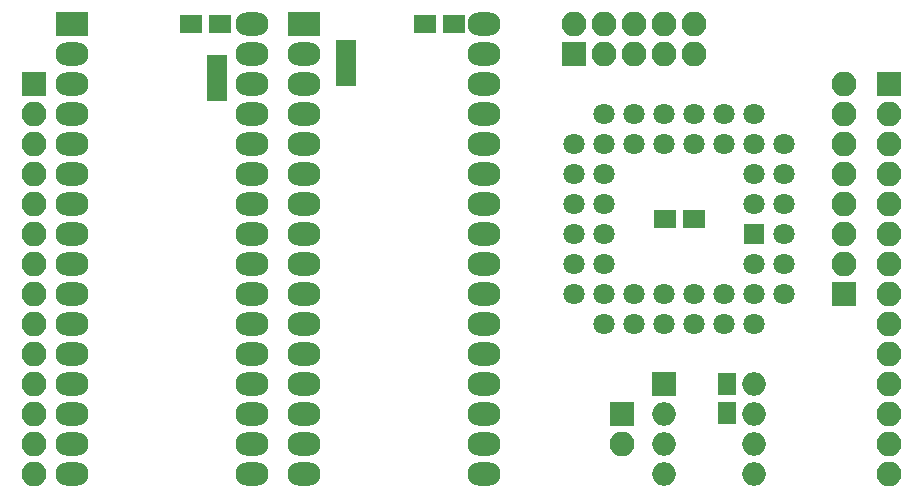
<source format=gbr>
G04 #@! TF.FileFunction,Soldermask,Bot*
%FSLAX46Y46*%
G04 Gerber Fmt 4.6, Leading zero omitted, Abs format (unit mm)*
G04 Created by KiCad (PCBNEW 4.0.5+dfsg1-4) date Sat Apr 29 18:46:39 2017*
%MOMM*%
%LPD*%
G01*
G04 APERTURE LIST*
%ADD10C,0.100000*%
%ADD11R,2.800000X2.000000*%
%ADD12O,2.800000X2.000000*%
%ADD13R,1.797000X1.797000*%
%ADD14C,1.797000*%
%ADD15R,2.000000X2.000000*%
%ADD16O,2.000000X2.000000*%
%ADD17R,2.100000X2.100000*%
%ADD18O,2.100000X2.100000*%
%ADD19R,1.900000X1.650000*%
%ADD20R,1.650000X1.900000*%
%ADD21R,1.670000X1.370000*%
G04 APERTURE END LIST*
D10*
D11*
X114935000Y-101600000D03*
D12*
X130175000Y-139700000D03*
X114935000Y-104140000D03*
X130175000Y-137160000D03*
X114935000Y-106680000D03*
X130175000Y-134620000D03*
X114935000Y-109220000D03*
X130175000Y-132080000D03*
X114935000Y-111760000D03*
X130175000Y-129540000D03*
X114935000Y-114300000D03*
X130175000Y-127000000D03*
X114935000Y-116840000D03*
X130175000Y-124460000D03*
X114935000Y-119380000D03*
X130175000Y-121920000D03*
X114935000Y-121920000D03*
X130175000Y-119380000D03*
X114935000Y-124460000D03*
X130175000Y-116840000D03*
X114935000Y-127000000D03*
X130175000Y-114300000D03*
X114935000Y-129540000D03*
X130175000Y-111760000D03*
X114935000Y-132080000D03*
X130175000Y-109220000D03*
X114935000Y-134620000D03*
X130175000Y-106680000D03*
X114935000Y-137160000D03*
X130175000Y-104140000D03*
X114935000Y-139700000D03*
X130175000Y-101600000D03*
D13*
X172720000Y-119380000D03*
D14*
X175260000Y-116840000D03*
X172720000Y-116840000D03*
X175260000Y-114300000D03*
X172720000Y-114300000D03*
X175260000Y-111760000D03*
X172720000Y-109220000D03*
X172720000Y-111760000D03*
X170180000Y-109220000D03*
X170180000Y-111760000D03*
X167640000Y-109220000D03*
X167640000Y-111760000D03*
X165100000Y-109220000D03*
X165100000Y-111760000D03*
X162560000Y-109220000D03*
X162560000Y-111760000D03*
X160020000Y-109220000D03*
X157480000Y-111760000D03*
X160020000Y-111760000D03*
X157480000Y-114300000D03*
X160020000Y-114300000D03*
X157480000Y-116840000D03*
X160020000Y-116840000D03*
X157480000Y-119380000D03*
X160020000Y-119380000D03*
X157480000Y-121920000D03*
X160020000Y-121920000D03*
X157480000Y-124460000D03*
X160020000Y-127000000D03*
X160020000Y-124460000D03*
X162560000Y-127000000D03*
X162560000Y-124460000D03*
X165100000Y-127000000D03*
X165100000Y-124460000D03*
X167640000Y-127000000D03*
X167640000Y-124460000D03*
X170180000Y-127000000D03*
X170180000Y-124460000D03*
X172720000Y-127000000D03*
X175260000Y-124460000D03*
X172720000Y-124460000D03*
X175260000Y-121920000D03*
X172720000Y-121920000D03*
X175260000Y-119380000D03*
D15*
X165100000Y-132080000D03*
D16*
X172720000Y-139700000D03*
X165100000Y-134620000D03*
X172720000Y-137160000D03*
X165100000Y-137160000D03*
X172720000Y-134620000D03*
X165100000Y-139700000D03*
X172720000Y-132080000D03*
D17*
X184150000Y-106680000D03*
D18*
X184150000Y-109220000D03*
X184150000Y-111760000D03*
X184150000Y-114300000D03*
X184150000Y-116840000D03*
X184150000Y-119380000D03*
X184150000Y-121920000D03*
X184150000Y-124460000D03*
X184150000Y-127000000D03*
X184150000Y-129540000D03*
X184150000Y-132080000D03*
X184150000Y-134620000D03*
X184150000Y-137160000D03*
X184150000Y-139700000D03*
D11*
X134620000Y-101600000D03*
D12*
X149860000Y-139700000D03*
X134620000Y-104140000D03*
X149860000Y-137160000D03*
X134620000Y-106680000D03*
X149860000Y-134620000D03*
X134620000Y-109220000D03*
X149860000Y-132080000D03*
X134620000Y-111760000D03*
X149860000Y-129540000D03*
X134620000Y-114300000D03*
X149860000Y-127000000D03*
X134620000Y-116840000D03*
X149860000Y-124460000D03*
X134620000Y-119380000D03*
X149860000Y-121920000D03*
X134620000Y-121920000D03*
X149860000Y-119380000D03*
X134620000Y-124460000D03*
X149860000Y-116840000D03*
X134620000Y-127000000D03*
X149860000Y-114300000D03*
X134620000Y-129540000D03*
X149860000Y-111760000D03*
X134620000Y-132080000D03*
X149860000Y-109220000D03*
X134620000Y-134620000D03*
X149860000Y-106680000D03*
X134620000Y-137160000D03*
X149860000Y-104140000D03*
X134620000Y-139700000D03*
X149860000Y-101600000D03*
D17*
X157480000Y-104140000D03*
D18*
X157480000Y-101600000D03*
X160020000Y-104140000D03*
X160020000Y-101600000D03*
X162560000Y-104140000D03*
X162560000Y-101600000D03*
X165100000Y-104140000D03*
X165100000Y-101600000D03*
X167640000Y-104140000D03*
X167640000Y-101600000D03*
D17*
X161544000Y-134620000D03*
D18*
X161544000Y-137160000D03*
D19*
X147300000Y-101600000D03*
X144800000Y-101600000D03*
X127488000Y-101600000D03*
X124988000Y-101600000D03*
X165120000Y-118110000D03*
X167620000Y-118110000D03*
D20*
X170434000Y-132100000D03*
X170434000Y-134600000D03*
D17*
X111760000Y-106680000D03*
D18*
X111760000Y-109220000D03*
X111760000Y-111760000D03*
X111760000Y-114300000D03*
X111760000Y-116840000D03*
X111760000Y-119380000D03*
X111760000Y-121920000D03*
X111760000Y-124460000D03*
X111760000Y-127000000D03*
X111760000Y-129540000D03*
X111760000Y-132080000D03*
X111760000Y-134620000D03*
X111760000Y-137160000D03*
X111760000Y-139700000D03*
D21*
X138176000Y-103632000D03*
X138176000Y-104902000D03*
X138176000Y-106172000D03*
X127254000Y-104902000D03*
X127254000Y-106172000D03*
X127254000Y-107442000D03*
D17*
X180340000Y-124460000D03*
D18*
X180340000Y-121920000D03*
X180340000Y-119380000D03*
X180340000Y-116840000D03*
X180340000Y-114300000D03*
X180340000Y-111760000D03*
X180340000Y-109220000D03*
X180340000Y-106680000D03*
M02*

</source>
